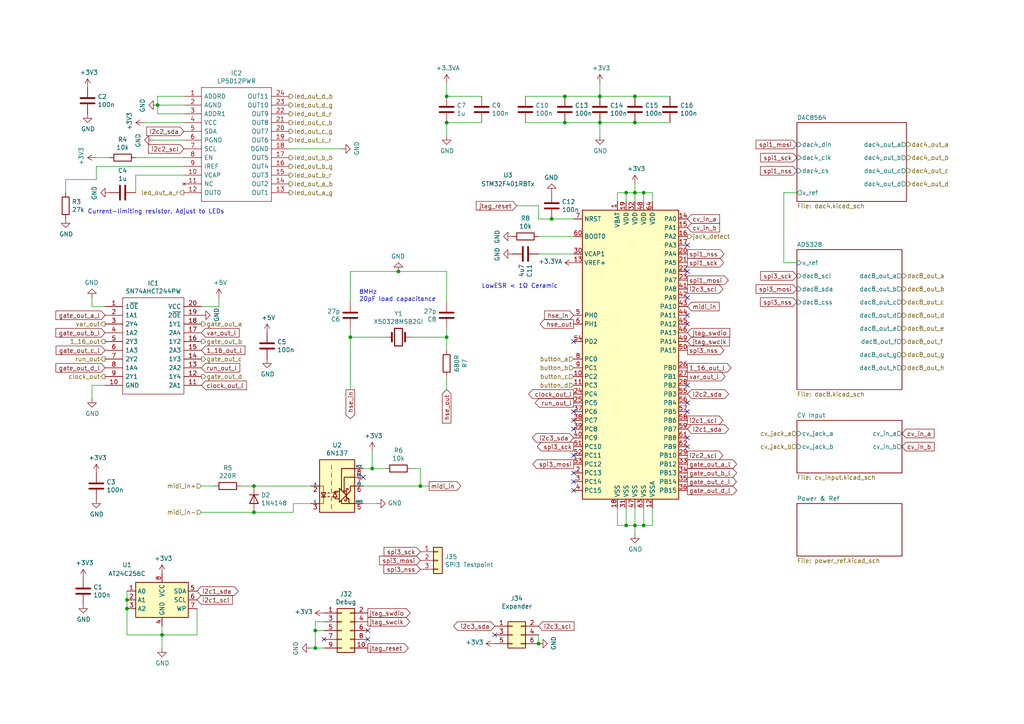
<source format=kicad_sch>
(kicad_sch (version 20211123) (generator eeschema)
  (paper "A4")
  (lib_symbols
    (symbol "Connector_Generic:Conn_01x03" (pin_names (offset 1.016) hide)
      (property "Reference" "J" (at 0 5.08 0))
      (property "Value" "Conn_01x03" (at 0 -5.08 0))
      (symbol "Conn_01x03_1_1"
        (pin passive line (at -5.08 2.54 0) (length 3.81) (name "Pin_1") (number "1"))
        (pin passive line (at -5.08 0 0) (length 3.81) (name "Pin_2") (number "2"))
        (pin passive line (at -5.08 -2.54 0) (length 3.81) (name "Pin_3") (number "3"))
      )
    )
    (symbol "Connector_Generic:Conn_02x03_Odd_Even" (pin_names (offset 1.016) hide)
      (property "Reference" "J" (at 1.27 5.08 0))
      (property "Value" "Conn_02x03_Odd_Even" (at 1.27 -5.08 0))
      (symbol "Conn_02x03_Odd_Even_1_1"
        (pin passive line (at -5.08 2.54 0) (length 3.81) (name "Pin_1") (number "1"))
        (pin passive line (at 7.62 2.54 180) (length 3.81) (name "Pin_2") (number "2"))
        (pin passive line (at -5.08 0 0) (length 3.81) (name "Pin_3") (number "3"))
        (pin passive line (at 7.62 0 180) (length 3.81) (name "Pin_4") (number "4"))
        (pin passive line (at -5.08 -2.54 0) (length 3.81) (name "Pin_5") (number "5"))
        (pin passive line (at 7.62 -2.54 180) (length 3.81) (name "Pin_6") (number "6"))
      )
    )
    (symbol "Connector_Generic:Conn_02x05_Odd_Even" (pin_names (offset 1.016) hide)
      (property "Reference" "J" (at 1.27 7.62 0))
      (property "Value" "Conn_02x05_Odd_Even" (at 1.27 -7.62 0))
      (symbol "Conn_02x05_Odd_Even_1_1"
        (pin passive line (at -5.08 5.08 0) (length 3.81) (name "Pin_1") (number "1"))
        (pin passive line (at 7.62 -5.08 180) (length 3.81) (name "Pin_10") (number "10"))
        (pin passive line (at 7.62 5.08 180) (length 3.81) (name "Pin_2") (number "2"))
        (pin passive line (at -5.08 2.54 0) (length 3.81) (name "Pin_3") (number "3"))
        (pin passive line (at 7.62 2.54 180) (length 3.81) (name "Pin_4") (number "4"))
        (pin passive line (at -5.08 0 0) (length 3.81) (name "Pin_5") (number "5"))
        (pin passive line (at 7.62 0 180) (length 3.81) (name "Pin_6") (number "6"))
        (pin passive line (at -5.08 -2.54 0) (length 3.81) (name "Pin_7") (number "7"))
        (pin passive line (at 7.62 -2.54 180) (length 3.81) (name "Pin_8") (number "8"))
        (pin passive line (at -5.08 -5.08 0) (length 3.81) (name "Pin_9") (number "9"))
      )
    )
    (symbol "Device:C" (pin_numbers hide) (pin_names (offset 0.254))
      (property "Reference" "C" (at 0.635 2.54 0))
      (property "Value" "C" (at 0.635 -2.54 0))
      (symbol "C_1_1"
        (pin passive line (at 0 3.81 270) (length 2.794) (name "~") (number "1"))
        (pin passive line (at 0 -3.81 90) (length 2.794) (name "~") (number "2"))
      )
    )
    (symbol "Device:Crystal" (pin_numbers hide) (pin_names (offset 1.016) hide)
      (property "Reference" "Y" (at 0 3.81 0))
      (property "Value" "Crystal" (at 0 -3.81 0))
      (symbol "Crystal_1_1"
        (pin passive line (at -3.81 0 0) (length 1.27) (name "1") (number "1"))
        (pin passive line (at 3.81 0 180) (length 1.27) (name "2") (number "2"))
      )
    )
    (symbol "Device:R" (pin_numbers hide) (pin_names (offset 0))
      (property "Reference" "R" (at 2.032 0 90))
      (property "Value" "R" (at 0 0 90))
      (symbol "R_1_1"
        (pin passive line (at 0 3.81 270) (length 1.27) (name "~") (number "1"))
        (pin passive line (at 0 -3.81 90) (length 1.27) (name "~") (number "2"))
      )
    )
    (symbol "Diode:1N4148" (pin_numbers hide) (pin_names (offset 1.016) hide)
      (property "Reference" "D" (at 0 2.54 0))
      (property "Value" "1N4148" (at 0 -2.54 0))
      (symbol "1N4148_1_1"
        (pin passive line (at -3.81 0 0) (length 2.54) (name "K") (number "1"))
        (pin passive line (at 3.81 0 180) (length 2.54) (name "A") (number "2"))
      )
    )
    (symbol "Isolator:6N137" (pin_names (offset 0))
      (property "Reference" "U" (at -4.064 8.89 0))
      (property "Value" "6N137" (at 0 -8.89 0))
      (symbol "6N137_1_1"
        (pin no_connect line (at -5.08 5.08 0) (length 2.54) hide (name "NC") (number "1"))
        (pin passive line (at -7.62 0 0) (length 2.54) (name "A") (number "2"))
        (pin passive line (at -7.62 -5.08 0) (length 2.54) (name "C") (number "3"))
        (pin power_in line (at 7.62 -5.08 180) (length 2.54) (name "GND") (number "5"))
        (pin open_collector line (at 7.62 0 180) (length 2.54) (name "VO") (number "6"))
        (pin input line (at 7.62 2.54 180) (length 2.54) (name "EN") (number "7"))
        (pin power_in line (at 7.62 5.08 180) (length 2.54) (name "VCC") (number "8"))
      )
    )
    (symbol "LP5012PWR:LP5012PWR" (pin_names (offset 0.762))
      (property "Reference" "IC" (at 26.67 7.62 0))
      (property "Value" "LP5012PWR" (at 26.67 5.08 0))
      (symbol "LP5012PWR_0_0"
        (pin passive line (at 0 0 0) (length 5.08) (name "ADDR0") (number "1"))
        (pin passive line (at 0 -22.86 0) (length 5.08) (name "VCAP") (number "10"))
        (pin no_connect line (at 0 -25.4 0) (length 5.08) (name "NC") (number "11"))
        (pin passive line (at 0 -27.94 0) (length 5.08) (name "OUT0") (number "12"))
        (pin passive line (at 30.48 -27.94 180) (length 5.08) (name "OUT1") (number "13"))
        (pin passive line (at 30.48 -25.4 180) (length 5.08) (name "OUT2") (number "14"))
        (pin passive line (at 30.48 -22.86 180) (length 5.08) (name "OUT3") (number "15"))
        (pin passive line (at 30.48 -20.32 180) (length 5.08) (name "OUT4") (number "16"))
        (pin passive line (at 30.48 -17.78 180) (length 5.08) (name "OUT5") (number "17"))
        (pin passive line (at 30.48 -15.24 180) (length 5.08) (name "DGND") (number "18"))
        (pin passive line (at 30.48 -12.7 180) (length 5.08) (name "OUT6") (number "19"))
        (pin passive line (at 0 -2.54 0) (length 5.08) (name "AGND") (number "2"))
        (pin passive line (at 30.48 -10.16 180) (length 5.08) (name "OUT7") (number "20"))
        (pin passive line (at 30.48 -7.62 180) (length 5.08) (name "OUT8") (number "21"))
        (pin passive line (at 30.48 -5.08 180) (length 5.08) (name "OUT9") (number "22"))
        (pin passive line (at 30.48 -2.54 180) (length 5.08) (name "OUT10") (number "23"))
        (pin passive line (at 30.48 0 180) (length 5.08) (name "OUT11") (number "24"))
        (pin passive line (at 0 -5.08 0) (length 5.08) (name "ADDR1") (number "3"))
        (pin passive line (at 0 -7.62 0) (length 5.08) (name "VCC") (number "4"))
        (pin passive line (at 0 -10.16 0) (length 5.08) (name "SDA") (number "5"))
        (pin passive line (at 0 -12.7 0) (length 5.08) (name "PGND") (number "6"))
        (pin passive line (at 0 -15.24 0) (length 5.08) (name "SCL") (number "7"))
        (pin passive line (at 0 -17.78 0) (length 5.08) (name "EN") (number "8"))
        (pin passive line (at 0 -20.32 0) (length 5.08) (name "IREF") (number "9"))
      )
    )
    (symbol "MCU_ST_STM32F4:STM32F401RBTx"
      (property "Reference" "U" (at -15.24 41.91 0))
      (property "Value" "STM32F401RBTx" (at 7.62 41.91 0))
      (symbol "STM32F401RBTx_1_1"
        (pin power_in line (at -5.08 43.18 270) (length 2.54) (name "VBAT") (number "1"))
        (pin bidirectional line (at -17.78 -7.62 0) (length 2.54) (name "PC2") (number "10"))
        (pin bidirectional line (at -17.78 -10.16 0) (length 2.54) (name "PC3") (number "11"))
        (pin power_in line (at 5.08 -45.72 90) (length 2.54) (name "VSSA") (number "12"))
        (pin power_in line (at -17.78 25.4 0) (length 2.54) (name "VREF+") (number "13"))
        (pin bidirectional line (at 15.24 38.1 180) (length 2.54) (name "PA0") (number "14"))
        (pin bidirectional line (at 15.24 35.56 180) (length 2.54) (name "PA1") (number "15"))
        (pin bidirectional line (at 15.24 33.02 180) (length 2.54) (name "PA2") (number "16"))
        (pin bidirectional line (at 15.24 30.48 180) (length 2.54) (name "PA3") (number "17"))
        (pin power_in line (at -5.08 -45.72 90) (length 2.54) (name "VSS") (number "18"))
        (pin power_in line (at -2.54 43.18 270) (length 2.54) (name "VDD") (number "19"))
        (pin bidirectional line (at -17.78 -35.56 0) (length 2.54) (name "PC13") (number "2"))
        (pin bidirectional line (at 15.24 27.94 180) (length 2.54) (name "PA4") (number "20"))
        (pin bidirectional line (at 15.24 25.4 180) (length 2.54) (name "PA5") (number "21"))
        (pin bidirectional line (at 15.24 22.86 180) (length 2.54) (name "PA6") (number "22"))
        (pin bidirectional line (at 15.24 20.32 180) (length 2.54) (name "PA7") (number "23"))
        (pin bidirectional line (at -17.78 -12.7 0) (length 2.54) (name "PC4") (number "24"))
        (pin bidirectional line (at -17.78 -15.24 0) (length 2.54) (name "PC5") (number "25"))
        (pin bidirectional line (at 15.24 -5.08 180) (length 2.54) (name "PB0") (number "26"))
        (pin bidirectional line (at 15.24 -7.62 180) (length 2.54) (name "PB1") (number "27"))
        (pin bidirectional line (at 15.24 -10.16 180) (length 2.54) (name "PB2") (number "28"))
        (pin bidirectional line (at 15.24 -30.48 180) (length 2.54) (name "PB10") (number "29"))
        (pin bidirectional line (at -17.78 -38.1 0) (length 2.54) (name "PC14") (number "3"))
        (pin power_in line (at -17.78 27.94 0) (length 2.54) (name "VCAP1") (number "30"))
        (pin power_in line (at -2.54 -45.72 90) (length 2.54) (name "VSS") (number "31"))
        (pin power_in line (at 0 43.18 270) (length 2.54) (name "VDD") (number "32"))
        (pin bidirectional line (at 15.24 -33.02 180) (length 2.54) (name "PB12") (number "33"))
        (pin bidirectional line (at 15.24 -35.56 180) (length 2.54) (name "PB13") (number "34"))
        (pin bidirectional line (at 15.24 -38.1 180) (length 2.54) (name "PB14") (number "35"))
        (pin bidirectional line (at 15.24 -40.64 180) (length 2.54) (name "PB15") (number "36"))
        (pin bidirectional line (at -17.78 -17.78 0) (length 2.54) (name "PC6") (number "37"))
        (pin bidirectional line (at -17.78 -20.32 0) (length 2.54) (name "PC7") (number "38"))
        (pin bidirectional line (at -17.78 -22.86 0) (length 2.54) (name "PC8") (number "39"))
        (pin bidirectional line (at -17.78 -40.64 0) (length 2.54) (name "PC15") (number "4"))
        (pin bidirectional line (at -17.78 -25.4 0) (length 2.54) (name "PC9") (number "40"))
        (pin bidirectional line (at 15.24 17.78 180) (length 2.54) (name "PA8") (number "41"))
        (pin bidirectional line (at 15.24 15.24 180) (length 2.54) (name "PA9") (number "42"))
        (pin bidirectional line (at 15.24 12.7 180) (length 2.54) (name "PA10") (number "43"))
        (pin bidirectional line (at 15.24 10.16 180) (length 2.54) (name "PA11") (number "44"))
        (pin bidirectional line (at 15.24 7.62 180) (length 2.54) (name "PA12") (number "45"))
        (pin bidirectional line (at 15.24 5.08 180) (length 2.54) (name "PA13") (number "46"))
        (pin power_in line (at 0 -45.72 90) (length 2.54) (name "VSS") (number "47"))
        (pin power_in line (at 2.54 43.18 270) (length 2.54) (name "VDD") (number "48"))
        (pin bidirectional line (at 15.24 2.54 180) (length 2.54) (name "PA14") (number "49"))
        (pin input line (at -17.78 10.16 0) (length 2.54) (name "PH0") (number "5"))
        (pin bidirectional line (at 15.24 0 180) (length 2.54) (name "PA15") (number "50"))
        (pin bidirectional line (at -17.78 -27.94 0) (length 2.54) (name "PC10") (number "51"))
        (pin bidirectional line (at -17.78 -30.48 0) (length 2.54) (name "PC11") (number "52"))
        (pin bidirectional line (at -17.78 -33.02 0) (length 2.54) (name "PC12") (number "53"))
        (pin bidirectional line (at -17.78 2.54 0) (length 2.54) (name "PD2") (number "54"))
        (pin bidirectional line (at 15.24 -12.7 180) (length 2.54) (name "PB3") (number "55"))
        (pin bidirectional line (at 15.24 -15.24 180) (length 2.54) (name "PB4") (number "56"))
        (pin bidirectional line (at 15.24 -17.78 180) (length 2.54) (name "PB5") (number "57"))
        (pin bidirectional line (at 15.24 -20.32 180) (length 2.54) (name "PB6") (number "58"))
        (pin bidirectional line (at 15.24 -22.86 180) (length 2.54) (name "PB7") (number "59"))
        (pin input line (at -17.78 7.62 0) (length 2.54) (name "PH1") (number "6"))
        (pin input line (at -17.78 33.02 0) (length 2.54) (name "BOOT0") (number "60"))
        (pin bidirectional line (at 15.24 -25.4 180) (length 2.54) (name "PB8") (number "61"))
        (pin bidirectional line (at 15.24 -27.94 180) (length 2.54) (name "PB9") (number "62"))
        (pin power_in line (at 2.54 -45.72 90) (length 2.54) (name "VSS") (number "63"))
        (pin power_in line (at 5.08 43.18 270) (length 2.54) (name "VDD") (number "64"))
        (pin input line (at -17.78 38.1 0) (length 2.54) (name "NRST") (number "7"))
        (pin bidirectional line (at -17.78 -2.54 0) (length 2.54) (name "PC0") (number "8"))
        (pin bidirectional line (at -17.78 -5.08 0) (length 2.54) (name "PC1") (number "9"))
      )
    )
    (symbol "Memory_EEPROM:CAT24C256"
      (property "Reference" "U" (at -6.35 6.35 0))
      (property "Value" "CAT24C256" (at 1.27 6.35 0))
      (symbol "CAT24C256_1_1"
        (pin input line (at -10.16 2.54 0) (length 2.54) (name "A0") (number "1"))
        (pin input line (at -10.16 0 0) (length 2.54) (name "A1") (number "2"))
        (pin input line (at -10.16 -2.54 0) (length 2.54) (name "A2") (number "3"))
        (pin power_in line (at 0 -7.62 90) (length 2.54) (name "GND") (number "4"))
        (pin bidirectional line (at 10.16 2.54 180) (length 2.54) (name "SDA") (number "5"))
        (pin input line (at 10.16 0 180) (length 2.54) (name "SCL") (number "6"))
        (pin input line (at 10.16 -2.54 180) (length 2.54) (name "WP") (number "7"))
        (pin power_in line (at 0 7.62 270) (length 2.54) (name "VCC") (number "8"))
      )
    )
    (symbol "SN74AHCT244PW:SN74AHCT244PW" (pin_names (offset 0.762))
      (property "Reference" "IC" (at 24.13 7.62 0))
      (property "Value" "SN74AHCT244PW" (at 24.13 5.08 0))
      (symbol "SN74AHCT244PW_0_0"
        (pin passive line (at 0 0 0) (length 5.08) (name "1~{OE}") (number "1"))
        (pin passive line (at 0 -22.86 0) (length 5.08) (name "GND") (number "10"))
        (pin passive line (at 27.94 -22.86 180) (length 5.08) (name "2A1") (number "11"))
        (pin passive line (at 27.94 -20.32 180) (length 5.08) (name "1Y4") (number "12"))
        (pin passive line (at 27.94 -17.78 180) (length 5.08) (name "2A2") (number "13"))
        (pin passive line (at 27.94 -15.24 180) (length 5.08) (name "1Y3") (number "14"))
        (pin passive line (at 27.94 -12.7 180) (length 5.08) (name "2A3") (number "15"))
        (pin passive line (at 27.94 -10.16 180) (length 5.08) (name "1Y2") (number "16"))
        (pin passive line (at 27.94 -7.62 180) (length 5.08) (name "2A4") (number "17"))
        (pin passive line (at 27.94 -5.08 180) (length 5.08) (name "1Y1") (number "18"))
        (pin passive line (at 27.94 -2.54 180) (length 5.08) (name "2~{OE}") (number "19"))
        (pin passive line (at 0 -2.54 0) (length 5.08) (name "1A1") (number "2"))
        (pin passive line (at 27.94 0 180) (length 5.08) (name "VCC") (number "20"))
        (pin passive line (at 0 -5.08 0) (length 5.08) (name "2Y4") (number "3"))
        (pin passive line (at 0 -7.62 0) (length 5.08) (name "1A2") (number "4"))
        (pin passive line (at 0 -10.16 0) (length 5.08) (name "2Y3") (number "5"))
        (pin passive line (at 0 -12.7 0) (length 5.08) (name "1A3") (number "6"))
        (pin passive line (at 0 -15.24 0) (length 5.08) (name "2Y2") (number "7"))
        (pin passive line (at 0 -17.78 0) (length 5.08) (name "1A4") (number "8"))
        (pin passive line (at 0 -20.32 0) (length 5.08) (name "2Y1") (number "9"))
      )
    )
    (symbol "power:+3.3V" (power) (pin_names (offset 0))
      (property "Value" "+3.3V" (at 0 3.556 0))
      (symbol "+3.3V_1_1"
        (pin power_in line (at 0 0 90) (length 0) hide (name "+3V3") (number "1"))
      )
    )
    (symbol "power:+3.3VA" (power) (pin_names (offset 0))
      (property "Value" "+3.3VA" (at 0 3.556 0))
      (symbol "+3.3VA_1_1"
        (pin power_in line (at 0 0 90) (length 0) hide (name "+3.3VA") (number "1"))
      )
    )
    (symbol "power:+3V3" (power) (pin_names (offset 0))
      (property "Value" "+3V3" (at 0 3.556 0))
      (symbol "+3V3_1_1"
        (pin power_in line (at 0 0 90) (length 0) hide (name "+3V3") (number "1"))
      )
    )
    (symbol "power:+5V" (power) (pin_names (offset 0))
      (property "Value" "+5V" (at 0 3.556 0))
      (symbol "+5V_1_1"
        (pin power_in line (at 0 0 90) (length 0) hide (name "+5V") (number "1"))
      )
    )
    (symbol "power:GND" (power) (pin_names (offset 0))
      (property "Value" "GND" (at 0 -3.81 0))
      (symbol "GND_1_1"
        (pin power_in line (at 0 0 270) (length 0) hide (name "GND") (number "1"))
      )
    )
  )
  (junction (at 156.21 186.69))
  (junction (at 107.95 135.89))
  (junction (at 121.92 140.97))
  (junction (at 36.83 176.53))
  (junction (at 184.15 35.56))
  (junction (at 101.6 97.79))
  (junction (at 163.83 27.94))
  (junction (at 160.02 63.5))
  (junction (at 184.15 152.4))
  (junction (at 181.61 152.4))
  (junction (at 46.99 184.15))
  (junction (at 181.61 55.88))
  (junction (at 173.99 27.94))
  (junction (at 186.69 152.4))
  (junction (at 91.44 187.96))
  (junction (at 184.15 27.94))
  (junction (at 73.66 148.59))
  (junction (at 45.72 30.48))
  (junction (at 129.54 35.56))
  (junction (at 91.44 182.88))
  (junction (at 173.99 35.56))
  (junction (at 129.54 97.79))
  (junction (at 115.57 78.74))
  (junction (at 73.66 140.97))
  (junction (at 184.15 55.88))
  (junction (at 129.54 27.94))
  (junction (at 163.83 35.56))
  (junction (at 36.83 173.99))
  (junction (at 186.69 55.88))
  (no_connect (at 199.39 93.98))
  (no_connect (at 166.37 99.06))
  (no_connect (at 166.37 121.92))
  (no_connect (at 199.39 71.12))
  (no_connect (at 199.39 127))
  (no_connect (at 166.37 139.7))
  (no_connect (at 106.68 185.42))
  (no_connect (at 199.39 91.44))
  (no_connect (at 166.37 124.46))
  (no_connect (at 199.39 111.76))
  (no_connect (at 166.37 137.16))
  (no_connect (at 199.39 78.74))
  (no_connect (at 143.51 184.15))
  (no_connect (at 93.98 185.42))
  (no_connect (at 199.39 119.38))
  (no_connect (at 105.41 138.43))
  (no_connect (at 106.68 182.88))
  (no_connect (at 199.39 116.84))
  (no_connect (at 199.39 86.36))
  (no_connect (at 166.37 142.24))
  (no_connect (at 199.39 129.54))
  (no_connect (at 166.37 132.08))
  (no_connect (at 166.37 119.38))
  (wire (pts (xy 179.07 147.32) (xy 179.07 152.4)))
  (wire (pts (xy 107.95 130.81) (xy 107.95 135.89)))
  (wire (pts (xy 179.07 55.88) (xy 179.07 58.42)))
  (wire (pts (xy 173.99 24.13) (xy 173.99 27.94)))
  (wire (pts (xy 26.67 88.9) (xy 30.48 88.9)))
  (wire (pts (xy 83.82 43.18) (xy 99.06 43.18)))
  (wire (pts (xy 58.42 140.97) (xy 62.23 140.97)))
  (wire (pts (xy 27.94 48.26) (xy 27.94 52.07)))
  (wire (pts (xy 101.6 78.74) (xy 115.57 78.74)))
  (wire (pts (xy 129.54 109.22) (xy 129.54 113.03)))
  (wire (pts (xy 181.61 55.88) (xy 179.07 55.88)))
  (wire (pts (xy 36.83 176.53) (xy 36.83 184.15)))
  (wire (pts (xy 231.14 55.88) (xy 227.33 55.88)))
  (wire (pts (xy 129.54 27.94) (xy 139.7 27.94)))
  (wire (pts (xy 58.42 88.9) (xy 63.5 88.9)))
  (wire (pts (xy 101.6 87.63) (xy 101.6 78.74)))
  (wire (pts (xy 152.4 27.94) (xy 163.83 27.94)))
  (wire (pts (xy 156.21 63.5) (xy 156.21 59.69)))
  (wire (pts (xy 115.57 78.74) (xy 129.54 78.74)))
  (wire (pts (xy 184.15 55.88) (xy 184.15 58.42)))
  (wire (pts (xy 91.44 182.88) (xy 91.44 187.96)))
  (wire (pts (xy 129.54 78.74) (xy 129.54 87.63)))
  (wire (pts (xy 36.83 171.45) (xy 36.83 173.99)))
  (wire (pts (xy 91.44 187.96) (xy 90.17 187.96)))
  (wire (pts (xy 156.21 184.15) (xy 156.21 186.69)))
  (wire (pts (xy 184.15 53.34) (xy 184.15 55.88)))
  (wire (pts (xy 163.83 35.56) (xy 173.99 35.56)))
  (wire (pts (xy 227.33 55.88) (xy 227.33 76.2)))
  (wire (pts (xy 129.54 97.79) (xy 129.54 101.6)))
  (wire (pts (xy 73.66 148.59) (xy 85.09 148.59)))
  (wire (pts (xy 160.02 63.5) (xy 156.21 63.5)))
  (wire (pts (xy 129.54 35.56) (xy 129.54 39.37)))
  (wire (pts (xy 57.15 184.15) (xy 57.15 176.53)))
  (wire (pts (xy 184.15 35.56) (xy 194.31 35.56)))
  (wire (pts (xy 184.15 55.88) (xy 181.61 55.88)))
  (wire (pts (xy 53.34 48.26) (xy 27.94 48.26)))
  (wire (pts (xy 41.91 35.56) (xy 53.34 35.56)))
  (wire (pts (xy 129.54 24.13) (xy 129.54 27.94)))
  (wire (pts (xy 45.72 30.48) (xy 53.34 30.48)))
  (wire (pts (xy 91.44 182.88) (xy 91.44 180.34)))
  (wire (pts (xy 30.48 111.76) (xy 26.67 111.76)))
  (wire (pts (xy 39.37 50.8) (xy 39.37 55.88)))
  (wire (pts (xy 227.33 76.2) (xy 231.14 76.2)))
  (wire (pts (xy 45.72 27.94) (xy 53.34 27.94)))
  (wire (pts (xy 119.38 135.89) (xy 121.92 135.89)))
  (wire (pts (xy 129.54 35.56) (xy 139.7 35.56)))
  (wire (pts (xy 152.4 35.56) (xy 163.83 35.56)))
  (wire (pts (xy 163.83 27.94) (xy 173.99 27.94)))
  (wire (pts (xy 181.61 152.4) (xy 184.15 152.4)))
  (wire (pts (xy 189.23 55.88) (xy 189.23 58.42)))
  (wire (pts (xy 184.15 152.4) (xy 184.15 147.32)))
  (wire (pts (xy 121.92 135.89) (xy 121.92 140.97)))
  (wire (pts (xy 36.83 184.15) (xy 46.99 184.15)))
  (wire (pts (xy 186.69 55.88) (xy 186.69 58.42)))
  (wire (pts (xy 101.6 95.25) (xy 101.6 97.79)))
  (wire (pts (xy 101.6 113.03) (xy 101.6 97.79)))
  (wire (pts (xy 156.21 68.58) (xy 166.37 68.58)))
  (wire (pts (xy 63.5 88.9) (xy 63.5 86.36)))
  (wire (pts (xy 173.99 35.56) (xy 173.99 39.37)))
  (wire (pts (xy 46.99 184.15) (xy 46.99 181.61)))
  (wire (pts (xy 184.15 27.94) (xy 194.31 27.94)))
  (wire (pts (xy 69.85 140.97) (xy 73.66 140.97)))
  (wire (pts (xy 119.38 97.79) (xy 129.54 97.79)))
  (wire (pts (xy 44.45 40.64) (xy 53.34 40.64)))
  (wire (pts (xy 26.67 86.36) (xy 26.67 88.9)))
  (wire (pts (xy 27.94 52.07) (xy 19.05 52.07)))
  (wire (pts (xy 93.98 182.88) (xy 91.44 182.88)))
  (wire (pts (xy 173.99 27.94) (xy 184.15 27.94)))
  (wire (pts (xy 105.41 146.05) (xy 109.22 146.05)))
  (wire (pts (xy 93.98 187.96) (xy 91.44 187.96)))
  (wire (pts (xy 184.15 152.4) (xy 184.15 154.94)))
  (wire (pts (xy 181.61 147.32) (xy 181.61 152.4)))
  (wire (pts (xy 46.99 184.15) (xy 46.99 187.96)))
  (wire (pts (xy 184.15 152.4) (xy 186.69 152.4)))
  (wire (pts (xy 91.44 180.34) (xy 93.98 180.34)))
  (wire (pts (xy 179.07 152.4) (xy 181.61 152.4)))
  (wire (pts (xy 129.54 97.79) (xy 129.54 95.25)))
  (wire (pts (xy 85.09 148.59) (xy 85.09 146.05)))
  (wire (pts (xy 156.21 59.69) (xy 149.86 59.69)))
  (wire (pts (xy 105.41 140.97) (xy 121.92 140.97)))
  (wire (pts (xy 186.69 152.4) (xy 186.69 147.32)))
  (wire (pts (xy 85.09 146.05) (xy 90.17 146.05)))
  (wire (pts (xy 107.95 135.89) (xy 111.76 135.89)))
  (wire (pts (xy 26.67 111.76) (xy 26.67 115.57)))
  (wire (pts (xy 184.15 55.88) (xy 186.69 55.88)))
  (wire (pts (xy 58.42 148.59) (xy 73.66 148.59)))
  (wire (pts (xy 181.61 55.88) (xy 181.61 58.42)))
  (wire (pts (xy 101.6 97.79) (xy 111.76 97.79)))
  (wire (pts (xy 189.23 152.4) (xy 189.23 147.32)))
  (wire (pts (xy 39.37 45.72) (xy 53.34 45.72)))
  (wire (pts (xy 173.99 35.56) (xy 184.15 35.56)))
  (wire (pts (xy 19.05 52.07) (xy 19.05 55.88)))
  (wire (pts (xy 36.83 173.99) (xy 36.83 176.53)))
  (wire (pts (xy 53.34 50.8) (xy 39.37 50.8)))
  (wire (pts (xy 73.66 140.97) (xy 90.17 140.97)))
  (wire (pts (xy 46.99 184.15) (xy 57.15 184.15)))
  (wire (pts (xy 105.41 135.89) (xy 107.95 135.89)))
  (wire (pts (xy 27.94 45.72) (xy 31.75 45.72)))
  (wire (pts (xy 160.02 63.5) (xy 166.37 63.5)))
  (wire (pts (xy 45.72 30.48) (xy 45.72 27.94)))
  (wire (pts (xy 166.37 73.66) (xy 156.21 73.66)))
  (wire (pts (xy 121.92 140.97) (xy 124.46 140.97)))
  (wire (pts (xy 45.72 33.02) (xy 53.34 33.02)))
  (wire (pts (xy 45.72 30.48) (xy 45.72 33.02)))
  (wire (pts (xy 186.69 55.88) (xy 189.23 55.88)))
  (wire (pts (xy 186.69 152.4) (xy 189.23 152.4)))
  (text "8MHz\n20pF load capacitance" (at 104.14 87.63 0) (effects (font (size 1.27 1.27)) (justify left bottom)))
  (text "LowESR < 1Ω Ceramic" (at 139.7 83.82 0) (effects (font (size 1.27 1.27)) (justify left bottom)))
  (text "Current-limiting resistor. Adjust to LEDs" (at 25.4 62.23 0) (effects (font (size 1.27 1.27)) (justify left bottom)))
  (global_label "i2c1_scl" (shape input) (at 57.15 173.99 0) (property "Intersheet References" "${INTERSHEET_REFS}" (effects hide)))
  (global_label "hse_out" (shape output) (at 166.37 93.98 180) (property "Intersheet References" "${INTERSHEET_REFS}" (effects hide)))
  (global_label "spi3_sck" (shape output) (at 166.37 129.54 180) (property "Intersheet References" "${INTERSHEET_REFS}" (effects hide)))
  (global_label "run_out_l" (shape output) (at 166.37 116.84 180) (property "Intersheet References" "${INTERSHEET_REFS}" (effects hide)))
  (global_label "gate_out_d_l" (shape input) (at 30.48 106.68 180) (property "Intersheet References" "${INTERSHEET_REFS}" (effects hide)))
  (global_label "hse_in" (shape output) (at 101.6 113.03 270) (property "Intersheet References" "${INTERSHEET_REFS}" (effects hide)))
  (global_label "i2c3_sda" (shape bidirectional) (at 166.37 127 180) (property "Intersheet References" "${INTERSHEET_REFS}" (effects hide)))
  (global_label "jtag_swdio" (shape input) (at 199.39 96.52 0) (property "Intersheet References" "${INTERSHEET_REFS}" (effects hide)))
  (global_label "i2c1_sda" (shape bidirectional) (at 199.39 124.46 0) (property "Intersheet References" "${INTERSHEET_REFS}" (effects hide)))
  (global_label "jtag_swclk" (shape input) (at 199.39 99.06 0) (property "Intersheet References" "${INTERSHEET_REFS}" (effects hide)))
  (global_label "var_out_l" (shape input) (at 58.42 96.52 0) (property "Intersheet References" "${INTERSHEET_REFS}" (effects hide)))
  (global_label "i2c3_scl" (shape input) (at 156.21 181.61 0) (property "Intersheet References" "${INTERSHEET_REFS}" (effects hide)))
  (global_label "i2c2_sda" (shape bidirectional) (at 199.39 114.3 0) (property "Intersheet References" "${INTERSHEET_REFS}" (effects hide)))
  (global_label "gate_out_c_l" (shape output) (at 199.39 139.7 0) (property "Intersheet References" "${INTERSHEET_REFS}" (effects hide)))
  (global_label "spi3_nss" (shape input) (at 121.92 165.1 180) (property "Intersheet References" "${INTERSHEET_REFS}" (effects hide)))
  (global_label "var_out_l" (shape output) (at 199.39 109.22 0) (property "Intersheet References" "${INTERSHEET_REFS}" (effects hide)))
  (global_label "spi1_nss" (shape input) (at 231.14 49.53 180) (property "Intersheet References" "${INTERSHEET_REFS}" (effects hide)))
  (global_label "cv_in_b" (shape input) (at 199.39 66.04 0) (property "Intersheet References" "${INTERSHEET_REFS}" (effects hide)))
  (global_label "spi3_sck" (shape input) (at 121.92 160.02 180) (property "Intersheet References" "${INTERSHEET_REFS}" (effects hide)))
  (global_label "spi1_sck" (shape input) (at 231.14 45.72 180) (property "Intersheet References" "${INTERSHEET_REFS}" (effects hide)))
  (global_label "gate_out_c_l" (shape input) (at 30.48 101.6 180) (property "Intersheet References" "${INTERSHEET_REFS}" (effects hide)))
  (global_label "spi3_sck" (shape input) (at 231.14 80.01 180) (property "Intersheet References" "${INTERSHEET_REFS}" (effects hide)))
  (global_label "spi1_sck" (shape output) (at 199.39 76.2 0) (property "Intersheet References" "${INTERSHEET_REFS}" (effects hide)))
  (global_label "spi3_nss" (shape input) (at 231.14 87.63 180) (property "Intersheet References" "${INTERSHEET_REFS}" (effects hide)))
  (global_label "hse_in" (shape input) (at 166.37 91.44 180) (property "Intersheet References" "${INTERSHEET_REFS}" (effects hide)))
  (global_label "spi1_mosi" (shape input) (at 231.14 41.91 180) (property "Intersheet References" "${INTERSHEET_REFS}" (effects hide)))
  (global_label "cv_in_a" (shape input) (at 199.39 63.5 0) (property "Intersheet References" "${INTERSHEET_REFS}" (effects hide)))
  (global_label "1_16_out_l" (shape input) (at 58.42 101.6 0) (property "Intersheet References" "${INTERSHEET_REFS}" (effects hide)))
  (global_label "cv_in_a" (shape input) (at 261.62 125.73 0) (property "Intersheet References" "${INTERSHEET_REFS}" (effects hide)))
  (global_label "jtag_reset" (shape input) (at 149.86 59.69 180) (property "Intersheet References" "${INTERSHEET_REFS}" (effects hide)))
  (global_label "spi3_mosi" (shape output) (at 166.37 134.62 180) (property "Intersheet References" "${INTERSHEET_REFS}" (effects hide)))
  (global_label "spi1_nss" (shape output) (at 199.39 73.66 0) (property "Intersheet References" "${INTERSHEET_REFS}" (effects hide)))
  (global_label "i2c2_sda" (shape input) (at 53.34 38.1 180) (property "Intersheet References" "${INTERSHEET_REFS}" (effects hide)))
  (global_label "i2c3_sda" (shape bidirectional) (at 143.51 181.61 180) (property "Intersheet References" "${INTERSHEET_REFS}" (effects hide)))
  (global_label "jtag_reset" (shape output) (at 106.68 187.96 0) (property "Intersheet References" "${INTERSHEET_REFS}" (effects hide)))
  (global_label "i2c1_sda" (shape bidirectional) (at 57.15 171.45 0) (property "Intersheet References" "${INTERSHEET_REFS}" (effects hide)))
  (global_label "jtag_swclk" (shape output) (at 106.68 180.34 0) (property "Intersheet References" "${INTERSHEET_REFS}" (effects hide)))
  (global_label "i2c2_scl" (shape input) (at 53.34 43.18 180) (property "Intersheet References" "${INTERSHEET_REFS}" (effects hide)))
  (global_label "spi3_mosi" (shape input) (at 121.92 162.56 180) (property "Intersheet References" "${INTERSHEET_REFS}" (effects hide)))
  (global_label "spi3_mosi" (shape input) (at 231.14 83.82 180) (property "Intersheet References" "${INTERSHEET_REFS}" (effects hide)))
  (global_label "hse_out" (shape input) (at 129.54 113.03 270) (property "Intersheet References" "${INTERSHEET_REFS}" (effects hide)))
  (global_label "gate_out_a_l" (shape input) (at 30.48 91.44 180) (property "Intersheet References" "${INTERSHEET_REFS}" (effects hide)))
  (global_label "i2c3_scl" (shape output) (at 199.39 83.82 0) (property "Intersheet References" "${INTERSHEET_REFS}" (effects hide)))
  (global_label "1_16_out_l" (shape output) (at 199.39 106.68 0) (property "Intersheet References" "${INTERSHEET_REFS}" (effects hide)))
  (global_label "midi_in" (shape output) (at 124.46 140.97 0) (property "Intersheet References" "${INTERSHEET_REFS}" (effects hide)))
  (global_label "gate_out_d_l" (shape output) (at 199.39 142.24 0) (property "Intersheet References" "${INTERSHEET_REFS}" (effects hide)))
  (global_label "gate_out_a_l" (shape output) (at 199.39 134.62 0) (property "Intersheet References" "${INTERSHEET_REFS}" (effects hide)))
  (global_label "i2c1_scl" (shape output) (at 199.39 121.92 0) (property "Intersheet References" "${INTERSHEET_REFS}" (effects hide)))
  (global_label "i2c2_scl" (shape output) (at 199.39 132.08 0) (property "Intersheet References" "${INTERSHEET_REFS}" (effects hide)))
  (global_label "clock_out_l" (shape input) (at 58.42 111.76 0) (property "Intersheet References" "${INTERSHEET_REFS}" (effects hide)))
  (global_label "clock_out_l" (shape output) (at 166.37 114.3 180) (property "Intersheet References" "${INTERSHEET_REFS}" (effects hide)))
  (global_label "spi1_mosi" (shape output) (at 199.39 81.28 0) (property "Intersheet References" "${INTERSHEET_REFS}" (effects hide)))
  (global_label "gate_out_b_l" (shape output) (at 199.39 137.16 0) (property "Intersheet References" "${INTERSHEET_REFS}" (effects hide)))
  (global_label "midi_in" (shape input) (at 199.39 88.9 0) (property "Intersheet References" "${INTERSHEET_REFS}" (effects hide)))
  (global_label "cv_in_b" (shape input) (at 261.62 129.54 0) (property "Intersheet References" "${INTERSHEET_REFS}" (effects hide)))
  (global_label "jtag_swdio" (shape output) (at 106.68 177.8 0) (property "Intersheet References" "${INTERSHEET_REFS}" (effects hide)))
  (global_label "run_out_l" (shape input) (at 58.42 106.68 0) (property "Intersheet References" "${INTERSHEET_REFS}" (effects hide)))
  (global_label "gate_out_b_l" (shape input) (at 30.48 96.52 180) (property "Intersheet References" "${INTERSHEET_REFS}" (effects hide)))
  (global_label "spi3_nss" (shape output) (at 199.39 101.6 0) (property "Intersheet References" "${INTERSHEET_REFS}" (effects hide)))
  (hierarchical_label "button_c" (shape input) (at 166.37 109.22 180))
  (hierarchical_label "led_out_d_r" (shape output) (at 83.82 33.02 0))
  (hierarchical_label "led_out_b_b" (shape output) (at 83.82 45.72 0))
  (hierarchical_label "jack_detect" (shape output) (at 199.39 68.58 0))
  (hierarchical_label "1_16_out" (shape output) (at 30.48 99.06 180))
  (hierarchical_label "dac4_out_b" (shape output) (at 262.89 45.72 0))
  (hierarchical_label "led_out_c_b" (shape output) (at 83.82 35.56 0))
  (hierarchical_label "gate_out_d" (shape output) (at 58.42 109.22 0))
  (hierarchical_label "led_out_c_g" (shape output) (at 83.82 38.1 0))
  (hierarchical_label "cv_jack_a" (shape input) (at 231.14 125.73 180))
  (hierarchical_label "led_out_c_r" (shape output) (at 83.82 40.64 0))
  (hierarchical_label "dac8_out_f" (shape output) (at 261.62 99.06 0))
  (hierarchical_label "led_out_d_g" (shape output) (at 83.82 30.48 0))
  (hierarchical_label "gate_out_a" (shape output) (at 58.42 93.98 0))
  (hierarchical_label "cv_jack_b" (shape input) (at 231.14 129.54 180))
  (hierarchical_label "dac8_out_d" (shape output) (at 261.62 91.44 0))
  (hierarchical_label "dac4_out_a" (shape output) (at 262.89 41.91 0))
  (hierarchical_label "midi_in+" (shape input) (at 58.42 140.97 180))
  (hierarchical_label "led_out_a_b" (shape output) (at 83.82 53.34 0))
  (hierarchical_label "dac8_out_g" (shape output) (at 261.62 102.87 0))
  (hierarchical_label "clock_out" (shape output) (at 30.48 109.22 180))
  (hierarchical_label "midi_in-" (shape input) (at 58.42 148.59 180))
  (hierarchical_label "led_out_b_g" (shape output) (at 83.82 48.26 0))
  (hierarchical_label "button_b" (shape input) (at 166.37 106.68 180))
  (hierarchical_label "gate_out_c" (shape output) (at 58.42 104.14 0))
  (hierarchical_label "run_out" (shape output) (at 30.48 104.14 180))
  (hierarchical_label "dac8_out_e" (shape output) (at 261.62 95.25 0))
  (hierarchical_label "led_out_d_b" (shape output) (at 83.82 27.94 0))
  (hierarchical_label "led_out_b_r" (shape output) (at 83.82 50.8 0))
  (hierarchical_label "dac8_out_a" (shape output) (at 261.62 80.01 0))
  (hierarchical_label "gate_out_b" (shape output) (at 58.42 99.06 0))
  (hierarchical_label "led_out_a_r" (shape output) (at 53.34 55.88 180))
  (hierarchical_label "led_out_a_g" (shape output) (at 83.82 55.88 0))
  (hierarchical_label "dac4_out_c" (shape output) (at 262.89 49.53 0))
  (hierarchical_label "dac4_out_d" (shape output) (at 262.89 53.34 0))
  (hierarchical_label "dac8_out_c" (shape output) (at 261.62 87.63 0))
  (hierarchical_label "var_out" (shape output) (at 30.48 93.98 180))
  (hierarchical_label "button_d" (shape input) (at 166.37 111.76 180))
  (hierarchical_label "button_a" (shape input) (at 166.37 104.14 180))
  (hierarchical_label "dac8_out_h" (shape output) (at 261.62 106.68 0))
  (hierarchical_label "dac8_out_b" (shape output) (at 261.62 83.82 0))
  (symbol (lib_id "Memory_EEPROM:CAT24C256") (at 46.99 173.99 0) (unit 1)
    (property "Reference" "U1" (at 36.83 163.83 0))
    (property "Value" "AT24C256C" (at 36.83 166.37 0))
    (property "Footprint" "Package_SO:SOIC-8_3.9x4.9mm_P1.27mm" (effects hide))
    (property "Datasheet" "https://www.onsemi.cn/PowerSolutions/document/CAT24C256-D.PDF" (effects hide))
    (property "LCSC Part #" "C6482" (effects hide))
    (property "LCSC" "C6482" (effects hide))
  )
  (symbol (lib_id "power:GND") (at 46.99 187.96 0) (unit 1)
    (property "Reference" "#PWR082" (effects hide))
    (property "Value" "GND" (at 47.117 192.3542 0))
  )
  (symbol (lib_id "power:+3.3V") (at 46.99 166.37 0) (unit 1)
    (property "Reference" "#PWR081" (effects hide))
    (property "Value" "+3.3V" (at 47.371 161.9758 0))
  )
  (symbol (lib_id "power:+3.3V") (at 24.13 167.64 0) (unit 1)
    (property "Reference" "#PWR068" (effects hide))
    (property "Value" "+3.3V" (at 24.511 163.2458 0))
  )
  (symbol (lib_id "power:GND") (at 24.13 175.26 0) (unit 1)
    (property "Reference" "#PWR069" (effects hide))
    (property "Value" "GND" (at 24.257 179.6542 0))
  )
  (symbol (lib_id "Device:C") (at 24.13 171.45 0) (unit 1)
    (property "Reference" "C1" (at 27.051 170.2816 0) (effects (justify left)))
    (property "Value" "100n" (at 27.051 172.593 0) (effects (justify left)))
    (property "Footprint" "Capacitor_SMD:C_0603_1608Metric" (effects hide))
    (property "LCSC Part #" "C14663" (effects hide))
    (property "LCSC" "C14663" (effects hide))
  )
  (symbol (lib_id "power:+3.3V") (at 184.15 53.34 0) (unit 1)
    (property "Reference" "#PWR0101" (effects hide))
    (property "Value" "+3.3V" (at 184.531 48.9458 0))
  )
  (symbol (lib_id "power:GND") (at 184.15 154.94 0) (unit 1)
    (property "Reference" "#PWR0102" (effects hide))
    (property "Value" "GND" (at 184.277 159.3342 0))
  )
  (symbol (lib_id "MCU_ST_STM32F4:STM32F401RBTx") (at 184.15 101.6 0) (unit 1)
    (property "Reference" "U3" (at 147.32 50.8 0))
    (property "Value" "STM32F401RBTx" (at 147.32 53.34 0))
    (property "Footprint" "Package_QFP:LQFP-64_10x10mm_P0.5mm" (effects hide))
    (property "Datasheet" "http://www.st.com/st-web-ui/static/active/en/resource/technical/document/datasheet/DM00086815.pdf" (effects hide))
    (property "LCSC Part #" "C75278" (effects hide))
    (property "LCSC" "C75278" (effects hide))
  )
  (symbol (lib_id "power:GND") (at 129.54 39.37 0)
    (property "Reference" "#PWR094" (effects hide))
    (property "Value" "GND" (at 129.667 43.7642 0))
  )
  (symbol (lib_id "Device:C") (at 129.54 31.75 0)
    (property "Reference" "C7" (at 132.461 30.5816 0) (effects (justify left)))
    (property "Value" "1u" (at 132.461 32.893 0) (effects (justify left)))
    (property "Footprint" "Capacitor_SMD:C_0603_1608Metric" (effects hide))
    (property "LCSC Part #" "C15849" (effects hide))
    (property "LCSC" "C15849" (effects hide))
  )
  (symbol (lib_id "Device:C") (at 139.7 31.75 0)
    (property "Reference" "C9" (at 142.621 30.5816 0) (effects (justify left)))
    (property "Value" "100n" (at 142.621 32.893 0) (effects (justify left)))
    (property "Footprint" "Capacitor_SMD:C_0603_1608Metric" (effects hide))
    (property "LCSC Part #" "C14663" (effects hide))
    (property "LCSC" "C14663" (effects hide))
  )
  (symbol (lib_id "power:+3.3VA") (at 129.54 24.13 0) (unit 1)
    (property "Reference" "#PWR093" (effects hide))
    (property "Value" "+3.3VA" (at 129.921 19.7358 0))
  )
  (symbol (lib_id "power:+3.3VA") (at 166.37 76.2 90) (unit 1)
    (property "Reference" "#PWR098" (effects hide))
    (property "Value" "+3.3VA" (at 163.1442 75.819 90) (effects (justify left)))
  )
  (symbol (lib_id "Device:C") (at 152.4 73.66 270)
    (property "Reference" "C11" (at 153.5684 76.581 0) (effects (justify left)))
    (property "Value" "4u7" (at 151.257 76.581 0) (effects (justify left)))
    (property "Footprint" "Capacitor_SMD:C_0603_1608Metric" (effects hide))
    (property "LCSC Part #" "C19666" (effects hide))
    (property "LCSC" "C19666" (effects hide))
  )
  (symbol (lib_id "power:GND") (at 148.59 73.66 270)
    (property "Reference" "#PWR096" (effects hide))
    (property "Value" "GND" (at 144.1958 73.787 0))
  )
  (symbol (lib_id "Device:R") (at 152.4 68.58 90)
    (property "Reference" "R8" (at 152.4 63.3222 90))
    (property "Value" "10k" (at 152.4 65.6336 90))
    (property "Footprint" "Resistor_SMD:R_0603_1608Metric" (effects hide))
    (property "LCSC Part #" "C25804" (effects hide))
    (property "LCSC" "C25804" (effects hide))
  )
  (symbol (lib_id "Device:C") (at 160.02 59.69 0)
    (property "Reference" "C12" (at 162.941 58.5216 0) (effects (justify left)))
    (property "Value" "100n" (at 162.941 60.833 0) (effects (justify left)))
    (property "Footprint" "Capacitor_SMD:C_0603_1608Metric" (effects hide))
    (property "LCSC Part #" "C14663" (effects hide))
    (property "LCSC" "C14663" (effects hide))
  )
  (symbol (lib_id "power:GND") (at 160.02 55.88 180)
    (property "Reference" "#PWR097" (effects hide))
    (property "Value" "GND" (at 159.893 51.4858 0))
  )
  (symbol (lib_id "LP5012PWR:LP5012PWR") (at 53.34 27.94 0)
    (property "Reference" "IC2" (at 68.58 21.209 0))
    (property "Value" "LP5012PWR" (at 68.58 23.5204 0))
    (property "Footprint" "LP5012PWR:SOP65P640X120-24N" (effects hide))
    (property "Datasheet" "https://www.ti.com/lit/ds/symlink/lp5012.pdf?ts=1615929314042&ref_url=https%253A%252F%252Fwww.mouser.co.uk%252F" (effects hide))
    (property "Description" "LED Lighting Drivers" (effects hide))
    (property "Height" "1.2" (effects hide))
    (property "Manufacturer_Name" "Texas Instruments" (effects hide))
    (property "Manufacturer_Part_Number" "LP5012PWR" (effects hide))
    (property "Mouser Part Number" "595-LP5012PWR" (effects hide))
    (property "Mouser Price/Stock" "https://www.mouser.co.uk/ProductDetail/Texas-Instruments/LP5012PWR?qs=T94vaHKWudSL6jLwBy12Hg%3D%3D" (effects hide))
  )
  (symbol (lib_id "power:+3.3V") (at 25.4 25.4 0)
    (property "Reference" "#PWR070" (effects hide))
    (property "Value" "+3.3V" (at 25.781 21.0058 0))
  )
  (symbol (lib_id "power:GND") (at 25.4 33.02 0)
    (property "Reference" "#PWR071" (effects hide))
    (property "Value" "GND" (at 25.527 37.4142 0))
  )
  (symbol (lib_id "Device:C") (at 25.4 29.21 0)
    (property "Reference" "C2" (at 28.321 28.0416 0) (effects (justify left)))
    (property "Value" "100n" (at 28.321 30.353 0) (effects (justify left)))
    (property "Footprint" "Capacitor_SMD:C_0603_1608Metric" (effects hide))
    (property "LCSC Part #" "C14663" (effects hide))
    (property "LCSC" "C14663" (effects hide))
  )
  (symbol (lib_id "power:GND") (at 45.72 30.48 270)
    (property "Reference" "#PWR080" (effects hide))
    (property "Value" "GND" (at 41.3258 30.607 0))
  )
  (symbol (lib_id "power:+3.3V") (at 41.91 35.56 90)
    (property "Reference" "#PWR078" (effects hide))
    (property "Value" "+3.3V" (at 37.5158 35.179 0))
  )
  (symbol (lib_id "power:GND") (at 44.45 40.64 270)
    (property "Reference" "#PWR079" (effects hide))
    (property "Value" "GND" (at 40.0558 40.767 0))
  )
  (symbol (lib_id "power:+3.3V") (at 27.94 45.72 90)
    (property "Reference" "#PWR074" (effects hide))
    (property "Value" "+3.3V" (at 23.5458 45.339 0))
  )
  (symbol (lib_id "Device:R") (at 35.56 45.72 90)
    (property "Reference" "R4" (at 35.56 40.4622 90))
    (property "Value" "10k" (at 35.56 42.7736 90))
    (property "Footprint" "Resistor_SMD:R_0603_1608Metric" (effects hide))
    (property "LCSC Part #" "C25804" (effects hide))
    (property "LCSC" "C25804" (effects hide))
  )
  (symbol (lib_id "Device:R") (at 19.05 59.69 180)
    (property "Reference" "R3" (at 20.828 58.5216 0) (effects (justify right)))
    (property "Value" "27k" (at 20.828 60.833 0) (effects (justify right)))
    (property "Footprint" "Resistor_SMD:R_0603_1608Metric_Pad0.98x0.95mm_HandSolder" (effects hide))
  )
  (symbol (lib_id "power:GND") (at 19.05 63.5 0)
    (property "Reference" "#PWR067" (effects hide))
    (property "Value" "GND" (at 19.177 67.8942 0))
  )
  (symbol (lib_id "Device:C") (at 35.56 55.88 270)
    (property "Reference" "C4" (at 35.56 49.4792 90))
    (property "Value" "1u" (at 35.56 51.7906 90))
    (property "Footprint" "Capacitor_SMD:C_0603_1608Metric" (effects hide))
    (property "LCSC Part #" "C15849" (effects hide))
    (property "LCSC" "C15849" (effects hide))
  )
  (symbol (lib_id "power:GND") (at 99.06 43.18 90)
    (property "Reference" "#PWR089" (effects hide))
    (property "Value" "GND" (at 103.4542 43.053 0))
  )
  (symbol (lib_id "power:GND") (at 148.59 68.58 270)
    (property "Reference" "#PWR095" (effects hide))
    (property "Value" "GND" (at 144.1958 68.707 0))
  )
  (symbol (lib_id "power:GND") (at 31.75 55.88 270)
    (property "Reference" "#PWR077" (effects hide))
    (property "Value" "GND" (at 27.3558 56.007 0))
  )
  (symbol (lib_id "power:+3.3V") (at 173.99 24.13 0)
    (property "Reference" "#PWR099" (effects hide))
    (property "Value" "+3.3V" (at 174.371 19.7358 0))
  )
  (symbol (lib_id "power:GND") (at 173.99 39.37 0)
    (property "Reference" "#PWR0100" (effects hide))
    (property "Value" "GND" (at 174.117 43.7642 0))
  )
  (symbol (lib_id "Device:C") (at 152.4 31.75 0)
    (property "Reference" "C10" (at 155.321 30.5816 0) (effects (justify left)))
    (property "Value" "100n" (at 155.321 32.893 0) (effects (justify left)))
    (property "Footprint" "Capacitor_SMD:C_0603_1608Metric" (effects hide))
    (property "LCSC Part #" "C14663" (effects hide))
    (property "LCSC" "C14663" (effects hide))
  )
  (symbol (lib_id "Device:C") (at 163.83 31.75 0)
    (property "Reference" "C13" (at 166.751 30.5816 0) (effects (justify left)))
    (property "Value" "100n" (at 166.751 32.893 0) (effects (justify left)))
    (property "Footprint" "Capacitor_SMD:C_0603_1608Metric" (effects hide))
    (property "LCSC Part #" "C14663" (effects hide))
    (property "LCSC" "C14663" (effects hide))
  )
  (symbol (lib_id "Device:C") (at 173.99 31.75 0)
    (property "Reference" "C14" (at 176.911 30.5816 0) (effects (justify left)))
    (property "Value" "100n" (at 176.911 32.893 0) (effects (justify left)))
    (property "Footprint" "Capacitor_SMD:C_0603_1608Metric" (effects hide))
    (property "LCSC Part #" "C14663" (effects hide))
    (property "LCSC" "C14663" (effects hide))
  )
  (symbol (lib_id "Device:C") (at 184.15 31.75 0)
    (property "Reference" "C15" (at 187.071 30.5816 0) (effects (justify left)))
    (property "Value" "100n" (at 187.071 32.893 0) (effects (justify left)))
    (property "Footprint" "Capacitor_SMD:C_0603_1608Metric" (effects hide))
    (property "LCSC Part #" "C14663" (effects hide))
    (property "LCSC" "C14663" (effects hide))
  )
  (symbol (lib_id "Device:C") (at 194.31 31.75 0)
    (property "Reference" "C16" (at 197.231 30.5816 0) (effects (justify left)))
    (property "Value" "100n" (at 197.231 32.893 0) (effects (justify left)))
    (property "Footprint" "Capacitor_SMD:C_0603_1608Metric" (effects hide))
    (property "LCSC Part #" "C14663" (effects hide))
    (property "LCSC" "C14663" (effects hide))
  )
  (symbol (lib_id "Device:Crystal") (at 115.57 97.79 0) (unit 1)
    (property "Reference" "Y1" (at 115.57 90.9828 0))
    (property "Value" "X50328MSB2GI" (at 115.57 93.2942 0))
    (property "Footprint" "Crystal:Crystal_SMD_5032-2Pin_5.0x3.2mm" (effects hide))
    (property "Datasheet" "https://lcsc.com/product-detail/Crystals_Yangxing-Tech-X50328MSB2GI_C115962.html~" (effects hide))
    (property "LCSC Part #" "C115962" (effects hide))
    (property "LCSC" "C115962" (effects hide))
  )
  (symbol (lib_id "Device:C") (at 101.6 91.44 180)
    (property "Reference" "C6" (at 98.679 92.6084 0) (effects (justify left)))
    (property "Value" "27p" (at 98.679 90.297 0) (effects (justify left)))
    (property "Footprint" "Capacitor_SMD:C_0603_1608Metric" (effects hide))
    (property "LCSC Part #" "C1656" (effects hide))
    (property "LCSC" "C1656" (effects hide))
  )
  (symbol (lib_id "Device:C") (at 129.54 91.44 180)
    (property "Reference" "C8" (at 126.619 92.6084 0) (effects (justify left)))
    (property "Value" "27p" (at 126.619 90.297 0) (effects (justify left)))
    (property "Footprint" "Capacitor_SMD:C_0603_1608Metric" (effects hide))
    (property "LCSC Part #" "C1656" (effects hide))
    (property "LCSC" "C1656" (effects hide))
  )
  (symbol (lib_id "power:GND") (at 115.57 78.74 180)
    (property "Reference" "#PWR092" (effects hide))
    (property "Value" "GND" (at 115.443 74.3458 0))
  )
  (symbol (lib_id "Device:R") (at 129.54 105.41 0)
    (property "Reference" "R7" (at 134.7978 105.41 90))
    (property "Value" "680R" (at 132.4864 105.41 90))
    (property "Footprint" "Resistor_SMD:R_0603_1608Metric" (effects hide))
    (property "LCSC Part #" "C23228" (effects hide))
    (property "LCSC" "C23228" (effects hide))
  )
  (symbol (lib_id "SN74AHCT244PW:SN74AHCT244PW") (at 30.48 88.9 0) (unit 1)
    (property "Reference" "IC1" (at 44.45 82.169 0))
    (property "Value" "SN74AHCT244PW" (at 44.45 84.4804 0))
    (property "Footprint" "SN74AHCT244PW:SOP65P640X120-20N" (effects hide))
    (property "Datasheet" "http://www.ti.com/lit/gpn/SN74AHCT244" (effects hide))
    (property "Description" "Texas Instruments SN74AHCT244PW Octal Buffer & Line Driver, 3-State, 5V, 20-Pin TSSOP" (effects hide))
    (property "Height" "1.2" (effects hide))
    (property "Manufacturer_Name" "Texas Instruments" (effects hide))
    (property "Manufacturer_Part_Number" "SN74AHCT244PW" (effects hide))
    (property "Mouser Part Number" "595-SN74AHCT244PW" (effects hide))
    (property "Mouser Price/Stock" "https://www.mouser.co.uk/ProductDetail/Texas-Instruments/SN74AHCT244PW?qs=zhgwDAIOVxtc1r1arA7EAg%3D%3D" (effects hide))
    (property "LCSC Part #" "C484743" (effects hide))
    (property "LCSC" "C484743" (effects hide))
  )
  (symbol (lib_id "power:GND") (at 26.67 86.36 180)
    (property "Reference" "#PWR072" (effects hide))
    (property "Value" "GND" (at 26.543 81.9658 0))
  )
  (symbol (lib_id "power:GND") (at 58.42 91.44 90)
    (property "Reference" "#PWR083" (effects hide))
    (property "Value" "GND" (at 62.8142 91.313 0))
  )
  (symbol (lib_id "power:GND") (at 26.67 115.57 0)
    (property "Reference" "#PWR073" (effects hide))
    (property "Value" "GND" (at 26.797 119.9642 0))
  )
  (symbol (lib_id "Connector_Generic:Conn_02x05_Odd_Even") (at 99.06 182.88 0)
    (property "Reference" "J32" (at 100.33 172.2882 0))
    (property "Value" "Debug" (at 100.33 174.5996 0))
    (property "Footprint" "Connector_PinHeader_1.27mm:PinHeader_2x05_P1.27mm_Vertical" (effects hide))
  )
  (symbol (lib_id "power:+3V3") (at 93.98 177.8 90)
    (property "Reference" "#PWR088" (effects hide))
    (property "Value" "+3V3" (at 90.7288 177.419 90) (effects (justify left)))
  )
  (symbol (lib_id "power:GND") (at 90.17 187.96 270)
    (property "Reference" "#PWR087" (effects hide))
    (property "Value" "GND" (at 85.7758 188.087 0))
  )
  (symbol (lib_id "power:+5V") (at 63.5 86.36 0) (unit 1)
    (property "Reference" "#PWR084" (effects hide))
    (property "Value" "+5V" (at 63.881 81.9658 0))
  )
  (symbol (lib_id "power:GND") (at 77.47 104.14 0)
    (property "Reference" "#PWR086" (effects hide))
    (property "Value" "GND" (at 77.597 108.5342 0))
  )
  (symbol (lib_id "Device:C") (at 77.47 100.33 0)
    (property "Reference" "C5" (at 80.391 99.1616 0) (effects (justify left)))
    (property "Value" "100n" (at 80.391 101.473 0) (effects (justify left)))
    (property "Footprint" "Capacitor_SMD:C_0603_1608Metric" (effects hide))
    (property "LCSC Part #" "C14663" (effects hide))
    (property "LCSC" "C14663" (effects hide))
  )
  (symbol (lib_id "power:+5V") (at 77.47 96.52 0) (unit 1)
    (property "Reference" "#PWR085" (effects hide))
    (property "Value" "+5V" (at 77.851 92.1258 0))
  )
  (symbol (lib_id "Isolator:6N137") (at 97.79 140.97 0)
    (property "Reference" "U2" (at 97.79 129.1082 0))
    (property "Value" "6N137" (at 97.79 131.4196 0))
    (property "Footprint" "Package_DIP:SMDIP-8_W9.53mm" (effects hide))
    (property "Datasheet" "https://docs.broadcom.com/docs/AV02-0940EN" (effects hide))
    (property "LCSC Part #" "C110020" (effects hide))
    (property "LCSC" "C110020" (effects hide))
  )
  (symbol (lib_id "Diode:1N4148") (at 73.66 144.78 270)
    (property "Reference" "D2" (at 75.692 143.6116 90) (effects (justify left)))
    (property "Value" "1N4148" (at 75.692 145.923 90) (effects (justify left)))
    (property "Footprint" "Diode_SMD:D_SOD-123" (effects hide))
    (property "Datasheet" "https://assets.nexperia.com/documents/data-sheet/1N4148_1N4448.pdf" (effects hide))
    (property "LCSC Part #" "C81598" (effects hide))
    (property "LCSC" "C81598" (effects hide))
  )
  (symbol (lib_id "Device:R") (at 66.04 140.97 270)
    (property "Reference" "R5" (at 66.04 135.7122 90))
    (property "Value" "220R" (at 66.04 138.0236 90))
    (property "Footprint" "Resistor_SMD:R_0603_1608Metric" (effects hide))
    (property "LCSC Part #" "C22962" (effects hide))
    (property "LCSC" "C22962" (effects hide))
  )
  (symbol (lib_id "power:+3.3V") (at 107.95 130.81 0)
    (property "Reference" "#PWR090" (effects hide))
    (property "Value" "+3.3V" (at 108.331 126.4158 0))
  )
  (symbol (lib_id "Device:R") (at 115.57 135.89 270)
    (property "Reference" "R6" (at 115.57 130.6322 90))
    (property "Value" "10k" (at 115.57 132.9436 90))
    (property "Footprint" "Resistor_SMD:R_0603_1608Metric" (effects hide))
    (property "LCSC Part #" "C25804" (effects hide))
    (property "LCSC" "C25804" (effects hide))
  )
  (symbol (lib_id "power:GND") (at 109.22 146.05 90)
    (property "Reference" "#PWR091" (effects hide))
    (property "Value" "GND" (at 112.4712 145.923 90) (effects (justify right)))
  )
  (symbol (lib_id "power:+3.3V") (at 27.94 137.16 0)
    (property "Reference" "#PWR075" (effects hide))
    (property "Value" "+3.3V" (at 28.321 132.7658 0))
  )
  (symbol (lib_id "power:GND") (at 27.94 144.78 0)
    (property "Reference" "#PWR076" (effects hide))
    (property "Value" "GND" (at 28.067 149.1742 0))
  )
  (symbol (lib_id "Device:C") (at 27.94 140.97 0)
    (property "Reference" "C3" (at 30.861 139.8016 0) (effects (justify left)))
    (property "Value" "100n" (at 30.861 142.113 0) (effects (justify left)))
    (property "Footprint" "Capacitor_SMD:C_0603_1608Metric" (effects hide))
    (property "LCSC Part #" "C14663" (effects hide))
    (property "LCSC" "C14663" (effects hide))
  )
  (symbol (lib_id "Connector_Generic:Conn_02x03_Odd_Even") (at 148.59 184.15 0)
    (property "Reference" "J34" (at 149.86 173.5582 0))
    (property "Value" "Expander" (at 149.86 175.8696 0))
    (property "Footprint" "Connector_PinHeader_1.27mm:PinHeader_2x03_P1.27mm_Vertical" (effects hide))
  )
  (symbol (lib_id "power:+3V3") (at 143.51 186.69 90)
    (property "Reference" "#PWR024" (effects hide))
    (property "Value" "+3V3" (at 140.2588 186.309 90) (effects (justify left)))
  )
  (symbol (lib_id "power:GND") (at 156.21 186.69 90)
    (property "Reference" "#PWR026" (effects hide))
    (property "Value" "GND" (at 160.6042 186.563 0))
  )
  (symbol (lib_id "Connector_Generic:Conn_01x03") (at 127 162.56 0) (unit 1)
    (property "Reference" "J35" (at 129.032 161.4932 0) (effects (justify left)))
    (property "Value" "SPI3 Testpoint" (at 129.032 163.8046 0) (effects (justify left)))
    (property "Footprint" "Connector_PinHeader_2.54mm:PinHeader_1x03_P2.54mm_Vertical" (effects hide))
  )
  (sheet (at 231.14 35.56) (size 31.75 22.86)
    (property "Sheet name" "DAC8564" (at 231.14 34.8484 0) (effects (justify left bottom)))
    (property "Sheet file" "dac4.kicad_sch" (at 231.14 59.0046 0) (effects (justify left top)))
    (pin "dac4_din" input (at 231.14 41.91 180))
    (pin "dac4_clk" input (at 231.14 45.72 180))
    (pin "dac4_cs" input (at 231.14 49.53 180))
    (pin "dac4_out_a" output (at 262.89 41.91 0))
    (pin "dac4_out_b" output (at 262.89 45.72 0))
    (pin "dac4_out_c" output (at 262.89 49.53 0))
    (pin "dac4_out_d" output (at 262.89 53.34 0))
    (pin "v_ref" output (at 231.14 55.88 180))
  )
  (sheet (at 231.14 72.39) (size 30.48 40.64)
    (property "Sheet name" "AD5328" (at 231.14 71.6784 0) (effects (justify left bottom)))
    (property "Sheet file" "dac8.kicad_sch" (at 231.14 113.6146 0) (effects (justify left top)))
    (pin "dac8_out_a" output (at 261.62 80.01 0))
    (pin "dac8_out_b" output (at 261.62 83.82 0))
    (pin "dac8_out_c" output (at 261.62 87.63 0))
    (pin "dac8_out_d" output (at 261.62 91.44 0))
    (pin "dac8_out_e" output (at 261.62 95.25 0))
    (pin "dac8_out_f" output (at 261.62 99.06 0))
    (pin "dac8_out_g" output (at 261.62 102.87 0))
    (pin "dac8_out_h" output (at 261.62 106.68 0))
    (pin "v_ref" input (at 231.14 76.2 180))
    (pin "dac8_css" input (at 231.14 87.63 180))
    (pin "dac8_scl" input (at 231.14 80.01 180))
    (pin "dac8_sda" input (at 231.14 83.82 180))
  )
  (sheet (at 231.14 146.05) (size 30.48 15.24)
    (property "Sheet name" "Power & Ref" (at 231.14 145.3384 0) (effects (justify left bottom)))
    (property "Sheet file" "power_ref.kicad_sch" (at 231.14 161.8746 0) (effects (justify left top)))
  )
  (sheet (at 231.14 121.92) (size 30.48 15.24)
    (property "Sheet name" "CV Input" (at 231.14 121.2084 0) (effects (justify left bottom)))
    (property "Sheet file" "cv_input.kicad_sch" (at 231.14 137.7446 0) (effects (justify left top)))
    (pin "cv_in_a" output (at 261.62 125.73 0))
    (pin "cv_in_b" output (at 261.62 129.54 0))
    (pin "cv_jack_a" input (at 231.14 125.73 180))
    (pin "cv_jack_b" input (at 231.14 129.54 180))
  )
)
</source>
